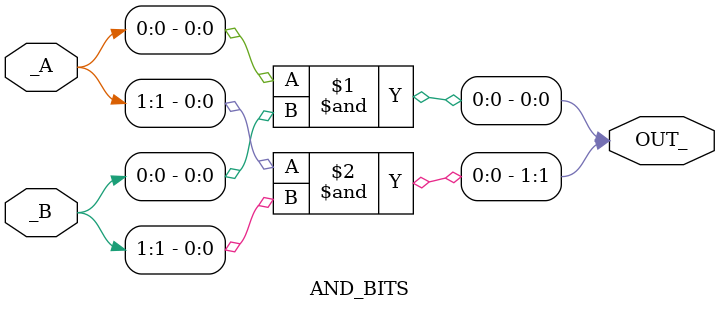
<source format=v>
module AND_BITS #(
	parameter BITS = 2
) (
	output [BITS-1:0] OUT_,
	input  [BITS-1:0] _A,_B
);
genvar i;
generate
	for (i = 0; i < BITS; i = i + 1) begin: and_block
		and an(OUT_[i],_A[i],_B[i]);
	end
endgenerate
endmodule
</source>
